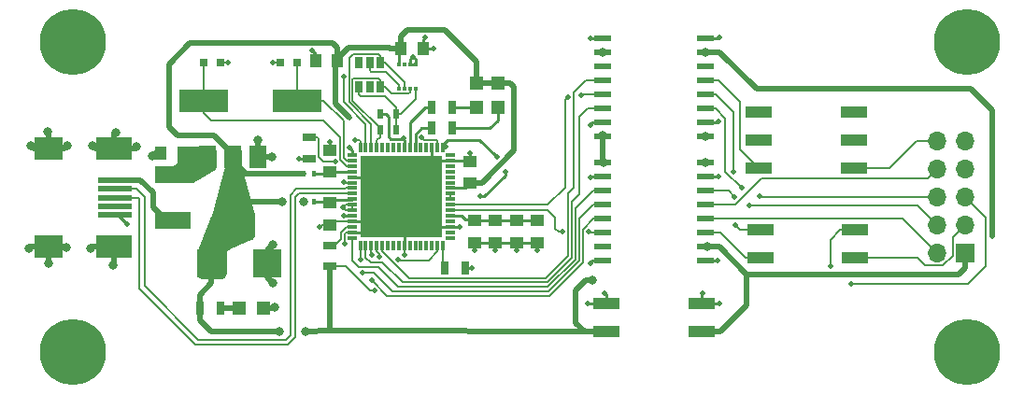
<source format=gtl>
G04 #@! TF.GenerationSoftware,KiCad,Pcbnew,(5.1.5)-3*
G04 #@! TF.CreationDate,2020-01-27T20:13:38-03:30*
G04 #@! TF.ProjectId,XDS100v2 Programmer,58445331-3030-4763-9220-50726f677261,rev?*
G04 #@! TF.SameCoordinates,Original*
G04 #@! TF.FileFunction,Copper,L1,Top*
G04 #@! TF.FilePolarity,Positive*
%FSLAX46Y46*%
G04 Gerber Fmt 4.6, Leading zero omitted, Abs format (unit mm)*
G04 Created by KiCad (PCBNEW (5.1.5)-3) date 2020-01-27 20:13:38*
%MOMM*%
%LPD*%
G04 APERTURE LIST*
%ADD10R,0.300000X0.400000*%
%ADD11R,2.440000X1.130000*%
%ADD12R,3.100000X0.500000*%
%ADD13R,3.300000X2.000000*%
%ADD14R,2.500000X2.000000*%
%ADD15O,1.700000X1.700000*%
%ADD16R,1.700000X1.700000*%
%ADD17R,1.250000X1.000000*%
%ADD18R,1.000000X1.250000*%
%ADD19R,2.550000X2.500000*%
%ADD20R,0.800000X0.750000*%
%ADD21R,1.200000X1.200000*%
%ADD22R,3.200000X1.500000*%
%ADD23C,6.000000*%
%ADD24C,0.800000*%
%ADD25R,0.400000X0.600000*%
%ADD26R,0.700000X1.300000*%
%ADD27R,1.300000X0.700000*%
%ADD28R,1.500000X0.600000*%
%ADD29R,0.650000X1.060000*%
%ADD30R,1.837500X1.837500*%
%ADD31R,0.300000X0.850000*%
%ADD32R,0.850000X0.300000*%
%ADD33R,4.500000X2.000000*%
%ADD34R,0.500000X0.900000*%
%ADD35R,1.500000X2.000000*%
%ADD36R,3.800000X2.000000*%
%ADD37C,0.500000*%
%ADD38C,0.250000*%
%ADD39C,0.127000*%
%ADD40C,0.500000*%
%ADD41C,0.200000*%
%ADD42C,0.254000*%
G04 APERTURE END LIST*
D10*
X51550000Y-65000000D03*
X52050000Y-65000000D03*
X52550000Y-65000000D03*
X53050000Y-65000000D03*
X53050000Y-67200000D03*
X52550000Y-67200000D03*
X52050000Y-67200000D03*
X51550000Y-67200000D03*
D11*
X79000000Y-86730000D03*
X79000000Y-89270000D03*
X70400000Y-86730000D03*
X70400000Y-89270000D03*
X92900000Y-80030000D03*
X92900000Y-82570000D03*
X84300000Y-80030000D03*
X84300000Y-82570000D03*
X84200000Y-74440000D03*
X92800000Y-74440000D03*
X84200000Y-71900000D03*
X84200000Y-69360000D03*
X92800000Y-71900000D03*
X92800000Y-69360000D03*
D12*
X25800000Y-78700000D03*
X25800000Y-77900000D03*
X25800000Y-77100000D03*
X25800000Y-76300000D03*
X25800000Y-75500000D03*
D13*
X25700000Y-72650000D03*
X25700000Y-81550000D03*
D14*
X19800000Y-72650000D03*
X19800000Y-81550000D03*
D15*
X100330000Y-71970000D03*
X102870000Y-71970000D03*
X100330000Y-74510000D03*
X102870000Y-74510000D03*
X100330000Y-77050000D03*
X102870000Y-77050000D03*
X100330000Y-79590000D03*
X102870000Y-79590000D03*
X100330000Y-82130000D03*
D16*
X102870000Y-82130000D03*
D17*
X45300000Y-72800000D03*
X45300000Y-74800000D03*
X45300000Y-79600000D03*
X45300000Y-77600000D03*
D18*
X30000000Y-73100000D03*
X32000000Y-73100000D03*
D19*
X39625000Y-83100000D03*
X34575000Y-83100000D03*
D17*
X58000000Y-73800000D03*
X58000000Y-75800000D03*
X64100000Y-81200000D03*
X64100000Y-79200000D03*
X62200000Y-79200000D03*
X62200000Y-81200000D03*
X60300000Y-79200000D03*
X60300000Y-81200000D03*
X58400000Y-79200000D03*
X58400000Y-81200000D03*
D18*
X44000000Y-64660000D03*
X46000000Y-64660000D03*
X53740000Y-63580000D03*
X51740000Y-63580000D03*
D20*
X42350000Y-64900000D03*
X40850000Y-64900000D03*
X35350000Y-64900000D03*
X33850000Y-64900000D03*
D21*
X39300000Y-87100000D03*
X37100000Y-87100000D03*
X60500000Y-66700000D03*
X60500000Y-68900000D03*
X58600000Y-68900000D03*
X58600000Y-66700000D03*
D22*
X31100000Y-75000000D03*
X31100000Y-79200000D03*
D23*
X103000000Y-63000000D03*
D24*
X105250000Y-63000000D03*
X104590990Y-64590990D03*
X103000000Y-65250000D03*
X101409010Y-64590990D03*
X100750000Y-63000000D03*
X101409010Y-61409010D03*
X103000000Y-60750000D03*
X104590990Y-61409010D03*
X23590990Y-89509010D03*
X22000000Y-88850000D03*
X20409010Y-89509010D03*
X19750000Y-91100000D03*
X20409010Y-92690990D03*
X22000000Y-93350000D03*
X23590990Y-92690990D03*
X24250000Y-91100000D03*
D23*
X22000000Y-91100000D03*
X103000000Y-91150000D03*
D24*
X105250000Y-91150000D03*
X104590990Y-92740990D03*
X103000000Y-93400000D03*
X101409010Y-92740990D03*
X100750000Y-91150000D03*
X101409010Y-89559010D03*
X103000000Y-88900000D03*
X104590990Y-89559010D03*
X23590990Y-61409010D03*
X22000000Y-60750000D03*
X20409010Y-61409010D03*
X19750000Y-63000000D03*
X20409010Y-64590990D03*
X22000000Y-65250000D03*
X23590990Y-64590990D03*
X24250000Y-63000000D03*
D23*
X22000000Y-63000000D03*
D25*
X42950000Y-77500000D03*
X43850000Y-77500000D03*
X43850000Y-74900000D03*
X42950000Y-74900000D03*
D26*
X35400000Y-87100000D03*
X33500000Y-87100000D03*
D27*
X45300000Y-83350000D03*
X45300000Y-81450000D03*
D26*
X57600000Y-83500000D03*
X55700000Y-83500000D03*
D27*
X43400000Y-71650000D03*
X43400000Y-73550000D03*
D26*
X56400000Y-70800000D03*
X54500000Y-70800000D03*
X54500000Y-68900000D03*
X56400000Y-68900000D03*
D28*
X79350000Y-73955000D03*
X79350000Y-75225000D03*
X79350000Y-76495000D03*
X79350000Y-77765000D03*
X79350000Y-79035000D03*
X79350000Y-80305000D03*
X79350000Y-81575000D03*
X79350000Y-82845000D03*
X70050000Y-82845000D03*
X70050000Y-81575000D03*
X70050000Y-80305000D03*
X70050000Y-79035000D03*
X70050000Y-77765000D03*
X70050000Y-76495000D03*
X70050000Y-75225000D03*
X70050000Y-73955000D03*
D29*
X48900000Y-64900000D03*
X47950000Y-64900000D03*
X49850000Y-64900000D03*
X49850000Y-67100000D03*
X48900000Y-67100000D03*
X47950000Y-67100000D03*
D30*
X49043750Y-74243750D03*
X49043750Y-76081250D03*
X49043750Y-77918750D03*
X49043750Y-79756250D03*
X50881250Y-74243750D03*
X50881250Y-76081250D03*
X50881250Y-77918750D03*
X50881250Y-79756250D03*
X52718750Y-74243750D03*
X52718750Y-76081250D03*
X52718750Y-77918750D03*
X52718750Y-79756250D03*
X54556250Y-74243750D03*
X54556250Y-76081250D03*
X54556250Y-77918750D03*
X54556250Y-79756250D03*
D31*
X48050000Y-72550000D03*
X48550000Y-72550000D03*
X49050000Y-72550000D03*
X49550000Y-72550000D03*
X50050000Y-72550000D03*
X50550000Y-72550000D03*
X51050000Y-72550000D03*
X51550000Y-72550000D03*
X52050000Y-72550000D03*
X52550000Y-72550000D03*
X53050000Y-72550000D03*
X53550000Y-72550000D03*
X54050000Y-72550000D03*
X54550000Y-72550000D03*
X55050000Y-72550000D03*
X55550000Y-72550000D03*
D32*
X56250000Y-73250000D03*
X56250000Y-73750000D03*
X56250000Y-74250000D03*
X56250000Y-74750000D03*
X56250000Y-75250000D03*
X56250000Y-75750000D03*
X56250000Y-76250000D03*
X56250000Y-76750000D03*
X56250000Y-77250000D03*
X56250000Y-77750000D03*
X56250000Y-78250000D03*
X56250000Y-78750000D03*
X56250000Y-79250000D03*
X56250000Y-79750000D03*
X56250000Y-80250000D03*
X56250000Y-80750000D03*
D31*
X55550000Y-81450000D03*
X55050000Y-81450000D03*
X54550000Y-81450000D03*
X54050000Y-81450000D03*
X53550000Y-81450000D03*
X53050000Y-81450000D03*
X52550000Y-81450000D03*
X52050000Y-81450000D03*
X51550000Y-81450000D03*
X51050000Y-81450000D03*
X50550000Y-81450000D03*
X50050000Y-81450000D03*
X49550000Y-81450000D03*
X49050000Y-81450000D03*
X48550000Y-81450000D03*
X48050000Y-81450000D03*
D32*
X47350000Y-80750000D03*
X47350000Y-80250000D03*
X47350000Y-79750000D03*
X47350000Y-79250000D03*
X47350000Y-78750000D03*
X47350000Y-78250000D03*
X47350000Y-77750000D03*
X47350000Y-77250000D03*
X47350000Y-76750000D03*
X47350000Y-76250000D03*
X47350000Y-75750000D03*
X47350000Y-75250000D03*
X47350000Y-74750000D03*
X47350000Y-74250000D03*
X47350000Y-73750000D03*
X47350000Y-73250000D03*
D28*
X79350000Y-71545000D03*
X79350000Y-70275000D03*
X79350000Y-69005000D03*
X79350000Y-67735000D03*
X79350000Y-66465000D03*
X79350000Y-65195000D03*
X79350000Y-63925000D03*
X79350000Y-62655000D03*
X70050000Y-62655000D03*
X70050000Y-63925000D03*
X70050000Y-65195000D03*
X70050000Y-66465000D03*
X70050000Y-67735000D03*
X70050000Y-69005000D03*
X70050000Y-70275000D03*
X70050000Y-71545000D03*
D33*
X33850000Y-68300000D03*
X42350000Y-68300000D03*
D34*
X49850000Y-69500000D03*
X51350000Y-69500000D03*
X49850000Y-71000000D03*
X51350000Y-71000000D03*
D35*
X38800000Y-73450000D03*
X34200000Y-73450000D03*
X36500000Y-73450000D03*
D36*
X36500000Y-79750000D03*
D37*
X48880000Y-67090000D03*
X49000000Y-74400000D03*
X50900000Y-74400000D03*
X52700000Y-74400000D03*
X54600000Y-74400000D03*
X54600000Y-76200000D03*
X52700000Y-76200000D03*
X50900000Y-76200000D03*
X49000000Y-76200000D03*
X49000000Y-78000000D03*
X50900000Y-78000000D03*
X52700000Y-78000000D03*
X54600000Y-78000000D03*
X54600000Y-79800000D03*
X52700000Y-79800000D03*
X50900000Y-79800000D03*
X49000000Y-79800000D03*
X45300000Y-72100000D03*
X42500000Y-73600000D03*
X40099992Y-64900000D03*
X36100004Y-64900000D03*
X68900000Y-75300000D03*
X68900000Y-70500000D03*
X68900000Y-62700000D03*
X46665182Y-81267418D03*
X44400000Y-79800000D03*
X46499990Y-78000000D03*
X52100000Y-82300000D03*
X58000000Y-73100000D03*
X58400000Y-81900000D03*
X60300000Y-81900000D03*
X62200000Y-81900000D03*
X64100000Y-81900000D03*
X58200000Y-83500000D03*
X57100000Y-79800000D03*
X68900000Y-83100000D03*
X68700000Y-86700000D03*
X70200000Y-85800000D03*
X26920000Y-79500000D03*
D24*
X19840000Y-83070000D03*
X25660000Y-83240000D03*
X19710000Y-71150000D03*
X25890000Y-71220000D03*
X18020000Y-81750000D03*
X23600000Y-81750000D03*
X21500000Y-72420000D03*
X23750000Y-72390000D03*
X18240000Y-72430000D03*
X27800000Y-72480000D03*
X29170000Y-73370000D03*
X21460000Y-81600000D03*
X38820000Y-71920000D03*
X40090000Y-73420000D03*
X40290000Y-87070000D03*
X40120000Y-81390000D03*
X40100000Y-84840000D03*
D37*
X43700000Y-63790000D03*
X52800000Y-64350000D03*
X54690000Y-63590000D03*
X53950000Y-62580000D03*
X47086490Y-72600000D03*
D24*
X70000000Y-71500000D03*
X70050000Y-63925000D03*
X70100000Y-73900000D03*
X69100000Y-84600000D03*
X42950000Y-77500000D03*
X40990000Y-77460000D03*
D37*
X49777629Y-82486500D03*
X49336900Y-85563100D03*
X51487100Y-82712900D03*
X47100000Y-69900000D03*
X49850000Y-69500000D03*
X53625000Y-71600000D03*
X51950849Y-71751401D03*
X47900000Y-64800000D03*
X47000000Y-63535000D03*
D24*
X40729678Y-89229678D03*
X43114193Y-89214193D03*
D37*
X46583855Y-78735883D03*
X47600000Y-71900000D03*
X58400000Y-79200000D03*
X58900000Y-77000000D03*
X61199996Y-74800000D03*
X60440719Y-73433315D03*
X55800000Y-72500000D03*
X80600000Y-62600000D03*
X80500000Y-70200000D03*
X80400000Y-82800000D03*
X80500000Y-75200000D03*
X80600000Y-86700000D03*
X79100000Y-85800000D03*
X84250000Y-77000000D03*
X82600000Y-76200000D03*
X83300000Y-77850000D03*
X82000000Y-77050000D03*
X90650000Y-83350000D03*
X92500000Y-84900000D03*
X105300000Y-80600000D03*
D24*
X79475000Y-81575000D03*
X79350000Y-73955000D03*
X79350000Y-71545000D03*
X79350000Y-63925000D03*
D37*
X46594337Y-75705227D03*
X45778088Y-73849993D03*
X82050000Y-79600000D03*
X81863107Y-74736893D03*
X68735055Y-80200000D03*
X66400000Y-80200000D03*
X49103210Y-82298987D03*
X49100000Y-84600000D03*
X48300008Y-83900000D03*
X48062689Y-82711929D03*
X48900000Y-64900000D03*
X46525193Y-66158092D03*
X66872988Y-68000008D03*
X68100000Y-67800000D03*
D38*
X45300000Y-72800000D02*
X45300000Y-72100000D01*
X43400000Y-73550000D02*
X42550000Y-73550000D01*
X42550000Y-73550000D02*
X42500000Y-73600000D01*
D39*
X40850000Y-64900000D02*
X40100000Y-64900000D01*
X40100000Y-64900000D02*
X40099992Y-64900000D01*
X35350000Y-64900000D02*
X36100004Y-64900000D01*
D38*
X70050000Y-75225000D02*
X68975000Y-75225000D01*
X68975000Y-75225000D02*
X68900000Y-75300000D01*
X70050000Y-70275000D02*
X69125000Y-70275000D01*
X69125000Y-70275000D02*
X68900000Y-70500000D01*
X70050000Y-62655000D02*
X68945000Y-62655000D01*
X68945000Y-62655000D02*
X68900000Y-62700000D01*
D39*
X46661499Y-81263735D02*
X46665182Y-81267418D01*
X46661499Y-80386501D02*
X46661499Y-81263735D01*
X47350000Y-80250000D02*
X46798000Y-80250000D01*
X46798000Y-80250000D02*
X46661499Y-80386501D01*
X45650000Y-79250000D02*
X45300000Y-79600000D01*
X47350000Y-79250000D02*
X45650000Y-79250000D01*
X45300000Y-79600000D02*
X44600000Y-79600000D01*
X44600000Y-79600000D02*
X44400000Y-79800000D01*
X47350000Y-77750000D02*
X47350000Y-78250000D01*
X47350000Y-78250000D02*
X46749990Y-78250000D01*
X46749990Y-77750000D02*
X46499990Y-78000000D01*
X47350000Y-77750000D02*
X46749990Y-77750000D01*
X46749990Y-78250000D02*
X46499990Y-78000000D01*
X52050000Y-81450000D02*
X52050000Y-82250000D01*
X52050000Y-82250000D02*
X52100000Y-82300000D01*
D38*
X57950000Y-73750000D02*
X56250000Y-73750000D01*
X58000000Y-73800000D02*
X57950000Y-73750000D01*
X58000000Y-73800000D02*
X58000000Y-73100000D01*
X58400000Y-81200000D02*
X58400000Y-81900000D01*
X60300000Y-81200000D02*
X60300000Y-81900000D01*
X62200000Y-81200000D02*
X62200000Y-81800000D01*
X62200000Y-81800000D02*
X62200000Y-81900000D01*
X64100000Y-81200000D02*
X64100000Y-81900000D01*
X57600000Y-83500000D02*
X58200000Y-83500000D01*
X56250000Y-79750000D02*
X57050000Y-79750000D01*
X57050000Y-79750000D02*
X57100000Y-79800000D01*
X58400000Y-81200000D02*
X60300000Y-81200000D01*
X60300000Y-81200000D02*
X62200000Y-81200000D01*
X62200000Y-81200000D02*
X64100000Y-81200000D01*
X70050000Y-82845000D02*
X69050000Y-82845000D01*
X68900000Y-82995000D02*
X68900000Y-83100000D01*
X69050000Y-82845000D02*
X68900000Y-82995000D01*
X70400000Y-86730000D02*
X68730000Y-86730000D01*
X68730000Y-86730000D02*
X68700000Y-86700000D01*
X70400000Y-85900000D02*
X70300000Y-85800000D01*
X70400000Y-86730000D02*
X70400000Y-85900000D01*
X70300000Y-85800000D02*
X70200000Y-85800000D01*
X25800000Y-78700000D02*
X26120000Y-78700000D01*
X26120000Y-78700000D02*
X26920000Y-79500000D01*
D40*
X19800000Y-81550000D02*
X19800000Y-83030000D01*
X19800000Y-83030000D02*
X19840000Y-83070000D01*
X25700000Y-81550000D02*
X25700000Y-83200000D01*
X25700000Y-83200000D02*
X25660000Y-83240000D01*
X19800000Y-72650000D02*
X19800000Y-71240000D01*
X19800000Y-71240000D02*
X19710000Y-71150000D01*
X25700000Y-72650000D02*
X25700000Y-71410000D01*
X25700000Y-71410000D02*
X25890000Y-71220000D01*
X19800000Y-81550000D02*
X18220000Y-81550000D01*
X18220000Y-81550000D02*
X18020000Y-81750000D01*
X25700000Y-81550000D02*
X23800000Y-81550000D01*
X23800000Y-81550000D02*
X23600000Y-81750000D01*
X19800000Y-72650000D02*
X21270000Y-72650000D01*
X21270000Y-72650000D02*
X21500000Y-72420000D01*
X25700000Y-72650000D02*
X24010000Y-72650000D01*
X24010000Y-72650000D02*
X23750000Y-72390000D01*
X19800000Y-72650000D02*
X18460000Y-72650000D01*
X18460000Y-72650000D02*
X18240000Y-72430000D01*
X25700000Y-72650000D02*
X27630000Y-72650000D01*
X27630000Y-72650000D02*
X27800000Y-72480000D01*
X30000000Y-73100000D02*
X29440000Y-73100000D01*
X29440000Y-73100000D02*
X29170000Y-73370000D01*
X19800000Y-81550000D02*
X21410000Y-81550000D01*
X21410000Y-81550000D02*
X21460000Y-81600000D01*
X38800000Y-73450000D02*
X38800000Y-71940000D01*
X38800000Y-71940000D02*
X38820000Y-71920000D01*
X38800000Y-73450000D02*
X40060000Y-73450000D01*
X40060000Y-73450000D02*
X40090000Y-73420000D01*
X39300000Y-87100000D02*
X40260000Y-87100000D01*
X40260000Y-87100000D02*
X40290000Y-87070000D01*
X39625000Y-83100000D02*
X39625000Y-81885000D01*
X39625000Y-81885000D02*
X40120000Y-81390000D01*
X39625000Y-83100000D02*
X39625000Y-84365000D01*
X39625000Y-84365000D02*
X40100000Y-84840000D01*
D38*
X48150000Y-75250000D02*
X49000000Y-74400000D01*
X47350000Y-75250000D02*
X48150000Y-75250000D01*
X55250000Y-73750000D02*
X54600000Y-74400000D01*
X56250000Y-73750000D02*
X55250000Y-73750000D01*
X54550000Y-74237500D02*
X54556250Y-74243750D01*
X54550000Y-72550000D02*
X54550000Y-74237500D01*
X48550000Y-80250000D02*
X49043750Y-79756250D01*
X47350000Y-80250000D02*
X48550000Y-80250000D01*
X49000000Y-79131250D02*
X49000000Y-78353553D01*
X49000000Y-78353553D02*
X49000000Y-78000000D01*
X48881250Y-79250000D02*
X49000000Y-79131250D01*
X47350000Y-79250000D02*
X48881250Y-79250000D01*
X52050000Y-80425000D02*
X52718750Y-79756250D01*
X52050000Y-81450000D02*
X52050000Y-80425000D01*
X54562500Y-79750000D02*
X54556250Y-79756250D01*
X56250000Y-79750000D02*
X54562500Y-79750000D01*
X44000000Y-64660000D02*
X44000000Y-64090000D01*
X44000000Y-64090000D02*
X43700000Y-63790000D01*
X52550000Y-65000000D02*
X53050000Y-65000000D01*
X53050000Y-64550000D02*
X52850000Y-64350000D01*
X52550000Y-64550000D02*
X52750000Y-64350000D01*
X53050000Y-65000000D02*
X53050000Y-64550000D01*
X52850000Y-64350000D02*
X52800000Y-64350000D01*
X52750000Y-64350000D02*
X52800000Y-64350000D01*
X52550000Y-65000000D02*
X52550000Y-64550000D01*
X53740000Y-63580000D02*
X54680000Y-63580000D01*
X54680000Y-63580000D02*
X54690000Y-63590000D01*
X53740000Y-63580000D02*
X53740000Y-62790000D01*
X53740000Y-62790000D02*
X53950000Y-62580000D01*
X47350000Y-72850000D02*
X47100000Y-72600000D01*
X47100000Y-72600000D02*
X47086490Y-72600000D01*
X47350000Y-73250000D02*
X47350000Y-72850000D01*
X45350000Y-74750000D02*
X47350000Y-74750000D01*
X45300000Y-74800000D02*
X45350000Y-74750000D01*
X45200000Y-74900000D02*
X45300000Y-74800000D01*
X43850000Y-74900000D02*
X45200000Y-74900000D01*
X45200000Y-77500000D02*
X45300000Y-77600000D01*
X43850000Y-77500000D02*
X45200000Y-77500000D01*
X45625001Y-77274999D02*
X45300000Y-77600000D01*
X47350000Y-77250000D02*
X47325001Y-77274999D01*
X47325001Y-77274999D02*
X45625001Y-77274999D01*
X57550000Y-76250000D02*
X58000000Y-75800000D01*
X56250000Y-76250000D02*
X57550000Y-76250000D01*
D40*
X70050000Y-71545000D02*
X70045000Y-71545000D01*
X70045000Y-71545000D02*
X70000000Y-71500000D01*
X70050000Y-73955000D02*
X70050000Y-73950000D01*
X70050000Y-73950000D02*
X70100000Y-73900000D01*
X70050000Y-71550000D02*
X70000000Y-71500000D01*
X70050000Y-73955000D02*
X70050000Y-71550000D01*
X68534315Y-84600000D02*
X67600000Y-85534315D01*
X69100000Y-84600000D02*
X68534315Y-84600000D01*
X67600000Y-85534315D02*
X67600000Y-88500000D01*
X68370000Y-89270000D02*
X70400000Y-89270000D01*
X67600000Y-88500000D02*
X68370000Y-89270000D01*
X33500000Y-88250000D02*
X33500000Y-87100000D01*
X34520000Y-89270000D02*
X33500000Y-88250000D01*
X34575000Y-83100000D02*
X34575000Y-84850000D01*
X33500000Y-85925000D02*
X33500000Y-87100000D01*
X34575000Y-84850000D02*
X33500000Y-85925000D01*
X37689999Y-74900001D02*
X36500000Y-73710002D01*
X36500000Y-73710002D02*
X36500000Y-73450000D01*
X42950000Y-74900000D02*
X37689999Y-74900001D01*
X40990000Y-77460000D02*
X37490000Y-77460000D01*
D38*
X51550000Y-63770000D02*
X51550000Y-65000000D01*
X51740000Y-63580000D02*
X51550000Y-63770000D01*
D40*
X36500000Y-73189998D02*
X34810002Y-71500000D01*
X36500000Y-73450000D02*
X36500000Y-73189998D01*
X34810002Y-71500000D02*
X31500000Y-71500000D01*
X31500000Y-71500000D02*
X30700000Y-70700000D01*
X30700000Y-70700000D02*
X30700000Y-65000000D01*
X46000000Y-63535000D02*
X46000000Y-64660000D01*
X45554999Y-63089999D02*
X46000000Y-63535000D01*
X32610001Y-63089999D02*
X45554999Y-63089999D01*
X30700000Y-65000000D02*
X32610001Y-63089999D01*
X50695000Y-63535000D02*
X47000000Y-63535000D01*
X46000000Y-64535000D02*
X46000000Y-64660000D01*
X50740000Y-63580000D02*
X50695000Y-63535000D01*
X47000000Y-63535000D02*
X46000000Y-64535000D01*
X51740000Y-63580000D02*
X50740000Y-63580000D01*
X52315001Y-61879999D02*
X51740000Y-62455000D01*
X55679999Y-61879999D02*
X52315001Y-61879999D01*
X51740000Y-62455000D02*
X51740000Y-63580000D01*
X58600000Y-66700000D02*
X58600000Y-64800000D01*
X58600000Y-64800000D02*
X55679999Y-61879999D01*
X45300000Y-83350000D02*
X45300000Y-89200000D01*
X70400000Y-89270000D02*
X45300000Y-89200000D01*
X45300000Y-89200000D02*
X43114193Y-89214193D01*
D39*
X49777629Y-82229629D02*
X49777629Y-82486500D01*
X49550000Y-81450000D02*
X49550000Y-82002000D01*
X49550000Y-82002000D02*
X49777629Y-82229629D01*
X49336900Y-85563100D02*
X48963100Y-85563100D01*
X46750000Y-83350000D02*
X45300000Y-83350000D01*
X48963100Y-85563100D02*
X46750000Y-83350000D01*
X51587701Y-82813501D02*
X51487100Y-82712900D01*
X54238499Y-82813501D02*
X51587701Y-82813501D01*
X55050000Y-81450000D02*
X55050000Y-82002000D01*
X55050000Y-82002000D02*
X54238499Y-82813501D01*
D40*
X45825192Y-68625192D02*
X47100000Y-69900000D01*
X46000000Y-64660000D02*
X45825192Y-64834808D01*
X45825192Y-64834808D02*
X45825192Y-68625192D01*
D38*
X50350000Y-69500000D02*
X49850000Y-69500000D01*
X50600000Y-69750000D02*
X50350000Y-69500000D01*
X52050000Y-71889998D02*
X51935003Y-71775001D01*
X51935003Y-71775001D02*
X50800003Y-71775001D01*
X50800003Y-71775001D02*
X50600000Y-71574998D01*
X52050000Y-72550000D02*
X52050000Y-71889998D01*
X50600000Y-71574998D02*
X50600000Y-69750000D01*
D39*
X53886499Y-71861499D02*
X53625000Y-71600000D01*
X54913499Y-71861499D02*
X53886499Y-71861499D01*
X55050000Y-72550000D02*
X55050000Y-71998000D01*
X55050000Y-71998000D02*
X54913499Y-71861499D01*
D38*
X47950000Y-64900000D02*
X47950000Y-64850000D01*
X47950000Y-64850000D02*
X47900000Y-64800000D01*
D40*
X40729678Y-89229678D02*
X34520000Y-89270000D01*
X58600000Y-66700000D02*
X60500000Y-66700000D01*
X62000000Y-67100000D02*
X61600000Y-66700000D01*
X61600000Y-66700000D02*
X60500000Y-66700000D01*
X59063998Y-75800000D02*
X62000000Y-72863998D01*
X62000000Y-72863998D02*
X62000000Y-67100000D01*
X58000000Y-75800000D02*
X59063998Y-75800000D01*
D38*
X58300000Y-79100000D02*
X58400000Y-79200000D01*
X57600000Y-79100000D02*
X58300000Y-79100000D01*
X56250000Y-78750000D02*
X57250000Y-78750000D01*
X57250000Y-78750000D02*
X57600000Y-79100000D01*
X58400000Y-79200000D02*
X60300000Y-79200000D01*
X60300000Y-79200000D02*
X62200000Y-79200000D01*
X64100000Y-79200000D02*
X62200000Y-79200000D01*
D39*
X46597972Y-78750000D02*
X46583855Y-78735883D01*
X47952000Y-71900000D02*
X47600000Y-71900000D01*
X48050000Y-71998000D02*
X47952000Y-71900000D01*
X48050000Y-72550000D02*
X48050000Y-71998000D01*
D38*
X55550000Y-72550000D02*
X55550000Y-72275000D01*
X55550000Y-72275000D02*
X55950000Y-71875000D01*
X58882404Y-71875000D02*
X60190720Y-73183316D01*
X60190720Y-73183316D02*
X60440719Y-73433315D01*
X55950000Y-71875000D02*
X58882404Y-71875000D01*
X61199996Y-75100004D02*
X61199996Y-74800000D01*
X58900000Y-77000000D02*
X59300000Y-77000000D01*
X59300000Y-77000000D02*
X61199996Y-75100004D01*
X47335883Y-78735883D02*
X47350000Y-78750000D01*
X46583855Y-78735883D02*
X47335883Y-78735883D01*
X55550000Y-72550000D02*
X55750000Y-72550000D01*
X55750000Y-72550000D02*
X55800000Y-72500000D01*
D39*
X33850000Y-64950000D02*
X33900000Y-64900000D01*
X42350000Y-68300000D02*
X42350000Y-64900000D01*
X44727000Y-68300000D02*
X42350000Y-68300000D01*
X47350000Y-73750000D02*
X46800698Y-73750000D01*
X46586498Y-73535800D02*
X46586498Y-72859992D01*
X46586498Y-72859992D02*
X46572988Y-72846482D01*
X46800698Y-73750000D02*
X46586498Y-73535800D01*
X46572988Y-70145988D02*
X44727000Y-68300000D01*
X46572988Y-72846482D02*
X46572988Y-70145988D01*
X33850000Y-67173000D02*
X33850000Y-64900000D01*
X33850000Y-68300000D02*
X33850000Y-67173000D01*
X46245977Y-72981934D02*
X46245977Y-71645977D01*
X47350000Y-74250000D02*
X46838237Y-74250000D01*
X46245977Y-71645977D02*
X44700000Y-70100000D01*
X46838237Y-74250000D02*
X46259487Y-73671252D01*
X34523000Y-70100000D02*
X33850000Y-69427000D01*
X46259487Y-72995444D02*
X46245977Y-72981934D01*
X44700000Y-70100000D02*
X34523000Y-70100000D01*
X46259487Y-73671252D02*
X46259487Y-72995444D01*
X33850000Y-69427000D02*
X33850000Y-68300000D01*
D40*
X35400000Y-87100000D02*
X37100000Y-87100000D01*
D38*
X59500000Y-70800000D02*
X59800000Y-70800000D01*
X56400000Y-70800000D02*
X59500000Y-70800000D01*
X60500000Y-70100000D02*
X60500000Y-69175010D01*
X59800000Y-70800000D02*
X60500000Y-70100000D01*
X56400000Y-68900000D02*
X58600000Y-68900000D01*
D40*
X30510000Y-79200000D02*
X31100000Y-79200000D01*
X29260000Y-77950000D02*
X30510000Y-79200000D01*
X29260000Y-76650000D02*
X29260000Y-77950000D01*
X25800000Y-75500000D02*
X28110000Y-75500000D01*
X28110000Y-75500000D02*
X29260000Y-76650000D01*
D38*
X79350000Y-62655000D02*
X80545000Y-62655000D01*
X80545000Y-62655000D02*
X80600000Y-62600000D01*
X79350000Y-70275000D02*
X80425000Y-70275000D01*
X80425000Y-70275000D02*
X80500000Y-70200000D01*
X79350000Y-82845000D02*
X80355000Y-82845000D01*
X80355000Y-82845000D02*
X80400000Y-82800000D01*
X79350000Y-75225000D02*
X80475000Y-75225000D01*
X80475000Y-75225000D02*
X80500000Y-75200000D01*
X79000000Y-86730000D02*
X80570000Y-86730000D01*
X80570000Y-86730000D02*
X80600000Y-86700000D01*
X79000000Y-86730000D02*
X79000000Y-85900000D01*
X79000000Y-85900000D02*
X79100000Y-85800000D01*
D41*
X41705000Y-76856800D02*
X41705000Y-89595000D01*
X27738200Y-76300000D02*
X27100000Y-76300000D01*
X27100000Y-76300000D02*
X25800000Y-76300000D01*
X46687499Y-76275000D02*
X42286800Y-76275000D01*
X47350000Y-76250000D02*
X46712499Y-76250000D01*
X42286800Y-76275000D02*
X41705000Y-76856800D01*
X41300000Y-90000000D02*
X33368200Y-90000000D01*
X46712499Y-76250000D02*
X46687499Y-76275000D01*
X41705000Y-89595000D02*
X41300000Y-90000000D01*
X33368200Y-90000000D02*
X28495000Y-85126800D01*
X28495000Y-77056800D02*
X27738200Y-76300000D01*
X28495000Y-85126800D02*
X28495000Y-77056800D01*
X28045000Y-85313200D02*
X28045000Y-77243200D01*
X47350000Y-76750000D02*
X46712499Y-76750000D01*
X27100000Y-77100000D02*
X25800000Y-77100000D01*
X46687499Y-76725000D02*
X42473200Y-76725000D01*
X28045000Y-77243200D02*
X27901800Y-77100000D01*
X42155000Y-77043200D02*
X42155000Y-89745000D01*
X46712499Y-76750000D02*
X46687499Y-76725000D01*
X41500000Y-90400000D02*
X33131800Y-90400000D01*
X42155000Y-89745000D02*
X41500000Y-90400000D01*
X33131800Y-90400000D02*
X28045000Y-85313200D01*
X42473200Y-76725000D02*
X42155000Y-77043200D01*
X27901800Y-77100000D02*
X27100000Y-77100000D01*
D39*
X100330000Y-71970000D02*
X98480000Y-71970000D01*
X96010000Y-74440000D02*
X92800000Y-74440000D01*
X98480000Y-71970000D02*
X96010000Y-74440000D01*
X99480001Y-75359999D02*
X84440001Y-75359999D01*
X100330000Y-74510000D02*
X99480001Y-75359999D01*
X82035000Y-77765000D02*
X79350000Y-77765000D01*
X84440001Y-75359999D02*
X82035000Y-77765000D01*
X95435000Y-79035000D02*
X79350000Y-79035000D01*
X100330000Y-82130000D02*
X97235000Y-79035000D01*
X97235000Y-79035000D02*
X95435000Y-79035000D01*
X100330000Y-77050000D02*
X84300000Y-77050000D01*
X84300000Y-77050000D02*
X84250000Y-77000000D01*
X81150000Y-74750000D02*
X82600000Y-76200000D01*
X81150000Y-69928000D02*
X81150000Y-74750000D01*
X79350000Y-69005000D02*
X80227000Y-69005000D01*
X80227000Y-69005000D02*
X81150000Y-69928000D01*
X100330000Y-79590000D02*
X98590000Y-77850000D01*
X98590000Y-77850000D02*
X83300000Y-77850000D01*
X79350000Y-76495000D02*
X81445000Y-76495000D01*
X81445000Y-76495000D02*
X82000000Y-77050000D01*
X91553000Y-80030000D02*
X92900000Y-80030000D01*
X90650000Y-80933000D02*
X91553000Y-80030000D01*
X90650000Y-83350000D02*
X90650000Y-80933000D01*
X104750000Y-83300000D02*
X103150000Y-84900000D01*
X104750000Y-78930000D02*
X104750000Y-83300000D01*
X103150000Y-84900000D02*
X92853553Y-84900000D01*
X92853553Y-84900000D02*
X92500000Y-84900000D01*
X102870000Y-77050000D02*
X104750000Y-78930000D01*
X100864481Y-83243501D02*
X99243501Y-83243501D01*
X101756499Y-82351483D02*
X100864481Y-83243501D01*
X102870000Y-79590000D02*
X101756499Y-80703501D01*
X101756499Y-80703501D02*
X101756499Y-82351483D01*
X98570000Y-82570000D02*
X92900000Y-82570000D01*
X99243501Y-83243501D02*
X98570000Y-82570000D01*
D38*
X79350000Y-81575000D02*
X79475000Y-81575000D01*
D40*
X80600000Y-63925000D02*
X83950000Y-67275000D01*
X79350000Y-63925000D02*
X80600000Y-63925000D01*
X83950000Y-67275000D02*
X103375000Y-67275000D01*
X105300000Y-69200000D02*
X105300000Y-80600000D01*
X103375000Y-67275000D02*
X105300000Y-69200000D01*
X80600000Y-81575000D02*
X79350000Y-81575000D01*
X83075001Y-84050001D02*
X80600000Y-81575000D01*
X102299999Y-84050001D02*
X83075001Y-84050001D01*
X102870000Y-83480000D02*
X102299999Y-84050001D01*
X102870000Y-82130000D02*
X102870000Y-83480000D01*
X83075001Y-86914999D02*
X80720000Y-89270000D01*
X80720000Y-89270000D02*
X79000000Y-89270000D01*
X83075001Y-84050001D02*
X83075001Y-86914999D01*
D39*
X47950000Y-67757000D02*
X47950000Y-67100000D01*
X51350000Y-68923000D02*
X50320501Y-67893501D01*
X48086501Y-67893501D02*
X47950000Y-67757000D01*
X50320501Y-67893501D02*
X48086501Y-67893501D01*
X51350000Y-69500000D02*
X51350000Y-68923000D01*
X53050000Y-68177000D02*
X51727000Y-69500000D01*
X51727000Y-69500000D02*
X51350000Y-69500000D01*
X53050000Y-67200000D02*
X53050000Y-68177000D01*
X51350000Y-71000000D02*
X51350000Y-69500000D01*
X46300000Y-80900000D02*
X45750000Y-81450000D01*
X45750000Y-81450000D02*
X45300000Y-81450000D01*
X46300000Y-80248000D02*
X46300000Y-80900000D01*
X47350000Y-79750000D02*
X46798000Y-79750000D01*
X46798000Y-79750000D02*
X46300000Y-80248000D01*
X55550000Y-83350000D02*
X55700000Y-83500000D01*
X55550000Y-81450000D02*
X55550000Y-83350000D01*
X52550000Y-67527000D02*
X52550000Y-67200000D01*
X52550000Y-67550000D02*
X52550000Y-67527000D01*
X52436499Y-67663501D02*
X52550000Y-67550000D01*
X50865501Y-67663501D02*
X52436499Y-67663501D01*
X50302000Y-67100000D02*
X50865501Y-67663501D01*
X49850000Y-67100000D02*
X50302000Y-67100000D01*
X49550000Y-72550000D02*
X49550000Y-71920000D01*
X49850000Y-71620000D02*
X49850000Y-71000000D01*
X49550000Y-71920000D02*
X49850000Y-71620000D01*
X49850000Y-71000000D02*
X49850000Y-70800000D01*
X49850000Y-70800000D02*
X47361500Y-68311500D01*
X47361499Y-66359199D02*
X47414199Y-66306499D01*
X47414199Y-66306499D02*
X49713499Y-66306499D01*
X49713499Y-66306499D02*
X49850000Y-66443000D01*
X47361500Y-68311500D02*
X47361499Y-66359199D01*
X49850000Y-66443000D02*
X49850000Y-67100000D01*
X44177000Y-71650000D02*
X43400000Y-71650000D01*
X44313501Y-73412803D02*
X44313501Y-71786501D01*
X44313501Y-71786501D02*
X44177000Y-71650000D01*
X47350000Y-75750000D02*
X46639110Y-75750000D01*
X46639110Y-75750000D02*
X46594337Y-75705227D01*
X44700698Y-73800000D02*
X44700000Y-73800000D01*
X44700000Y-73800000D02*
X44313501Y-73412803D01*
X44700000Y-73800000D02*
X44749993Y-73849993D01*
X45424535Y-73849993D02*
X45778088Y-73849993D01*
X44749993Y-73849993D02*
X45424535Y-73849993D01*
D38*
X53600000Y-70800000D02*
X54500000Y-70800000D01*
X53050000Y-72550000D02*
X53050000Y-71350000D01*
X53050000Y-71350000D02*
X53600000Y-70800000D01*
X53900000Y-68900000D02*
X54500000Y-68900000D01*
X52550000Y-70250000D02*
X53900000Y-68900000D01*
X52550000Y-72550000D02*
X52550000Y-70250000D01*
D39*
X84300000Y-80030000D02*
X82480000Y-80030000D01*
X82480000Y-80030000D02*
X82050000Y-79600000D01*
X81863107Y-74383340D02*
X81863107Y-74736893D01*
X79350000Y-67735000D02*
X80227000Y-67735000D01*
X80227000Y-67735000D02*
X81863107Y-69371107D01*
X81863107Y-69371107D02*
X81863107Y-74383340D01*
X80227000Y-80305000D02*
X79350000Y-80305000D01*
X80688000Y-80305000D02*
X80227000Y-80305000D01*
X82953000Y-82570000D02*
X80688000Y-80305000D01*
X84300000Y-82570000D02*
X82953000Y-82570000D01*
X80515000Y-66465000D02*
X79350000Y-66465000D01*
X82500000Y-68450000D02*
X80515000Y-66465000D01*
X84200000Y-74440000D02*
X82500000Y-72740000D01*
X82500000Y-72740000D02*
X82500000Y-68450000D01*
X70050000Y-80305000D02*
X68840055Y-80305000D01*
X68840055Y-80305000D02*
X68735055Y-80200000D01*
X66000000Y-80200000D02*
X66400000Y-80200000D01*
X65700000Y-79900000D02*
X66000000Y-80200000D01*
X65700000Y-78900000D02*
X65700000Y-79900000D01*
X56250000Y-78250000D02*
X65050000Y-78250000D01*
X65050000Y-78250000D02*
X65700000Y-78900000D01*
X49108274Y-81508274D02*
X49050000Y-81450000D01*
X49050000Y-82245777D02*
X49103210Y-82298987D01*
X49050000Y-81450000D02*
X49050000Y-82245777D01*
X49108274Y-84608274D02*
X49100000Y-84600000D01*
X68221545Y-82978455D02*
X68221545Y-79986455D01*
X69173000Y-79035000D02*
X70050000Y-79035000D01*
X50500000Y-86000000D02*
X65200000Y-86000000D01*
X68221545Y-79986455D02*
X69173000Y-79035000D01*
X65200000Y-86000000D02*
X68221545Y-82978455D01*
X49100000Y-84600000D02*
X50500000Y-86000000D01*
X48050000Y-81450000D02*
X48050000Y-82699240D01*
X48050000Y-82699240D02*
X48062689Y-82711929D01*
X48653561Y-83900000D02*
X48300008Y-83900000D01*
X49300000Y-83900000D02*
X48653561Y-83900000D01*
X51000000Y-85600000D02*
X49300000Y-83900000D01*
X65087380Y-85600000D02*
X64900000Y-85600000D01*
X64900000Y-85600000D02*
X51000000Y-85600000D01*
X70050000Y-77765000D02*
X69173000Y-77765000D01*
X69173000Y-77765000D02*
X67894534Y-79043466D01*
X67894534Y-79043466D02*
X67894534Y-82830387D01*
X67894534Y-82830387D02*
X65124921Y-85600000D01*
X65124921Y-85600000D02*
X64900000Y-85600000D01*
X70050000Y-76495000D02*
X69229918Y-76495000D01*
X47926514Y-83386498D02*
X49686498Y-83386498D01*
X47350000Y-82809984D02*
X47926514Y-83386498D01*
X51500000Y-85200000D02*
X65062459Y-85200000D01*
X49686498Y-83386498D02*
X51500000Y-85200000D01*
X67567523Y-82694936D02*
X67567523Y-78100477D01*
X67567523Y-78100477D02*
X69173000Y-76495000D01*
X69173000Y-76495000D02*
X70050000Y-76495000D01*
X65062459Y-85200000D02*
X67567523Y-82694936D01*
X47350000Y-80750000D02*
X47350000Y-82809984D01*
X48900000Y-65557000D02*
X48900000Y-64900000D01*
X49036501Y-65693501D02*
X48900000Y-65557000D01*
X50370501Y-65693501D02*
X49036501Y-65693501D01*
X51550000Y-66873000D02*
X50370501Y-65693501D01*
X51550000Y-67200000D02*
X51550000Y-66873000D01*
X48550000Y-70424922D02*
X46525193Y-68400115D01*
X48550000Y-72550000D02*
X48550000Y-70424922D01*
X46525193Y-66511645D02*
X46525193Y-66158092D01*
X46525193Y-68400115D02*
X46525193Y-66511645D01*
X52050000Y-66873000D02*
X52050000Y-67200000D01*
X52050000Y-66648000D02*
X52050000Y-66873000D01*
X50302000Y-64900000D02*
X52050000Y-66648000D01*
X49850000Y-64900000D02*
X50302000Y-64900000D01*
X49713499Y-64106499D02*
X49143501Y-64106499D01*
X49850000Y-64243000D02*
X49713499Y-64106499D01*
X49850000Y-64900000D02*
X49850000Y-64243000D01*
X49143501Y-64106499D02*
X49435801Y-64106499D01*
X47034489Y-66223747D02*
X47043502Y-66214734D01*
X49050000Y-70462460D02*
X47034489Y-68446949D01*
X47034489Y-68446949D02*
X47034489Y-66223747D01*
X47043502Y-66214734D02*
X47043502Y-64477196D01*
X47043502Y-64477196D02*
X47414199Y-64106499D01*
X47414199Y-64106499D02*
X49143501Y-64106499D01*
X49050000Y-72550000D02*
X49050000Y-70462460D01*
X56250000Y-77250000D02*
X56250000Y-76750000D01*
X70050000Y-67735000D02*
X68165000Y-67735000D01*
X68165000Y-67735000D02*
X68100000Y-67800000D01*
X66600000Y-68272996D02*
X66872988Y-68000008D01*
X66600000Y-76200000D02*
X66600000Y-68272996D01*
X56250000Y-77750000D02*
X65050000Y-77750000D01*
X65050000Y-77750000D02*
X66600000Y-76200000D01*
X52461501Y-84413501D02*
X50050000Y-82002000D01*
X66913501Y-82386497D02*
X64886497Y-84413501D01*
X50050000Y-82002000D02*
X50050000Y-81450000D01*
X67400000Y-76200000D02*
X66913501Y-76686499D01*
X64886497Y-84413501D02*
X52461501Y-84413501D01*
X68535000Y-66465000D02*
X67413502Y-67586498D01*
X67400000Y-70059984D02*
X67400000Y-76200000D01*
X66913501Y-76686499D02*
X66913501Y-82386497D01*
X70050000Y-66465000D02*
X68535000Y-66465000D01*
X67413502Y-67586498D02*
X67413502Y-70046482D01*
X67413502Y-70046482D02*
X67400000Y-70059984D01*
X50059984Y-83000000D02*
X50000000Y-83000000D01*
X48550000Y-82550000D02*
X48550000Y-82002000D01*
X49000000Y-83000000D02*
X48550000Y-82550000D01*
X50059984Y-83000000D02*
X49000000Y-83000000D01*
X48550000Y-82002000D02*
X48550000Y-81450000D01*
X65000000Y-84800000D02*
X67240512Y-82559488D01*
X67240512Y-77459488D02*
X67900000Y-76800000D01*
X69173000Y-69005000D02*
X70050000Y-69005000D01*
X50059984Y-83000000D02*
X51859984Y-84800000D01*
X67900000Y-76800000D02*
X67900000Y-69800000D01*
X67900000Y-69800000D02*
X68695000Y-69005000D01*
X51859984Y-84800000D02*
X65000000Y-84800000D01*
X67240512Y-82559488D02*
X67240512Y-77459488D01*
X68695000Y-69005000D02*
X69173000Y-69005000D01*
D42*
G36*
X34526250Y-72564180D02*
G01*
X34630076Y-72578348D01*
X34641575Y-72583151D01*
X34886452Y-72828029D01*
X34891372Y-72839830D01*
X34905468Y-72943666D01*
X34911532Y-74180751D01*
X34898061Y-74286215D01*
X34860771Y-74376687D01*
X34801171Y-74454302D01*
X34716659Y-74518822D01*
X32830262Y-75599137D01*
X32732749Y-75639141D01*
X32628217Y-75652567D01*
X30007174Y-75644550D01*
X29902826Y-75630515D01*
X29813389Y-75593229D01*
X29736620Y-75534104D01*
X29677729Y-75457153D01*
X29640715Y-75367599D01*
X29627000Y-75263217D01*
X29627000Y-74735762D01*
X29640680Y-74631515D01*
X29677602Y-74542057D01*
X29736351Y-74465156D01*
X29812955Y-74406015D01*
X29902224Y-74368640D01*
X29943049Y-74363072D01*
X30500000Y-74363072D01*
X30619331Y-74351319D01*
X30970412Y-74349537D01*
X30986987Y-74348366D01*
X31116347Y-74330662D01*
X31148338Y-74321913D01*
X31268703Y-74271321D01*
X31297335Y-74254590D01*
X31400499Y-74174562D01*
X31423824Y-74150987D01*
X31502752Y-74046978D01*
X31519179Y-74018168D01*
X31568488Y-73897271D01*
X31576896Y-73865191D01*
X31593224Y-73735650D01*
X31594219Y-73719062D01*
X31589854Y-72933281D01*
X31603231Y-72827902D01*
X31640396Y-72737471D01*
X31699841Y-72659856D01*
X31777466Y-72600409D01*
X31867892Y-72563251D01*
X31973277Y-72549878D01*
X34526250Y-72564180D01*
G37*
X34526250Y-72564180D02*
X34630076Y-72578348D01*
X34641575Y-72583151D01*
X34886452Y-72828029D01*
X34891372Y-72839830D01*
X34905468Y-72943666D01*
X34911532Y-74180751D01*
X34898061Y-74286215D01*
X34860771Y-74376687D01*
X34801171Y-74454302D01*
X34716659Y-74518822D01*
X32830262Y-75599137D01*
X32732749Y-75639141D01*
X32628217Y-75652567D01*
X30007174Y-75644550D01*
X29902826Y-75630515D01*
X29813389Y-75593229D01*
X29736620Y-75534104D01*
X29677729Y-75457153D01*
X29640715Y-75367599D01*
X29627000Y-75263217D01*
X29627000Y-74735762D01*
X29640680Y-74631515D01*
X29677602Y-74542057D01*
X29736351Y-74465156D01*
X29812955Y-74406015D01*
X29902224Y-74368640D01*
X29943049Y-74363072D01*
X30500000Y-74363072D01*
X30619331Y-74351319D01*
X30970412Y-74349537D01*
X30986987Y-74348366D01*
X31116347Y-74330662D01*
X31148338Y-74321913D01*
X31268703Y-74271321D01*
X31297335Y-74254590D01*
X31400499Y-74174562D01*
X31423824Y-74150987D01*
X31502752Y-74046978D01*
X31519179Y-74018168D01*
X31568488Y-73897271D01*
X31576896Y-73865191D01*
X31593224Y-73735650D01*
X31594219Y-73719062D01*
X31589854Y-72933281D01*
X31603231Y-72827902D01*
X31640396Y-72737471D01*
X31699841Y-72659856D01*
X31777466Y-72600409D01*
X31867892Y-72563251D01*
X31973277Y-72549878D01*
X34526250Y-72564180D01*
G36*
X36916257Y-72620769D02*
G01*
X37005955Y-72657923D01*
X37082976Y-72717024D01*
X37142077Y-72794045D01*
X37179231Y-72883743D01*
X37193000Y-72988328D01*
X37193000Y-74442376D01*
X37194146Y-74459397D01*
X37212109Y-74592215D01*
X37215526Y-74608930D01*
X38336960Y-78678963D01*
X38352626Y-78796939D01*
X38344649Y-80448178D01*
X38326872Y-80564752D01*
X38280235Y-80662711D01*
X38207288Y-80743029D01*
X38106180Y-80803699D01*
X36176770Y-81605728D01*
X36160212Y-81614078D01*
X36035317Y-81688961D01*
X36006702Y-81712397D01*
X35908680Y-81820092D01*
X35888031Y-81850781D01*
X35825199Y-81982152D01*
X35814269Y-82017489D01*
X35791955Y-82161393D01*
X35790459Y-82179876D01*
X35776885Y-83944588D01*
X35762450Y-84048557D01*
X35724961Y-84137607D01*
X35665800Y-84213995D01*
X35588964Y-84272563D01*
X35499629Y-84309365D01*
X35395549Y-84323000D01*
X33778328Y-84323000D01*
X33673743Y-84309231D01*
X33584045Y-84272077D01*
X33507024Y-84212976D01*
X33447923Y-84135955D01*
X33410769Y-84046257D01*
X33397000Y-83941672D01*
X33397000Y-82009999D01*
X33429067Y-81845903D01*
X34656900Y-78824283D01*
X34659437Y-78817491D01*
X34677865Y-78763492D01*
X34680009Y-78756568D01*
X35843300Y-74582409D01*
X35846876Y-74564891D01*
X35865205Y-74425662D01*
X35866285Y-74407816D01*
X35852128Y-72992102D01*
X35865016Y-72886746D01*
X35901726Y-72796206D01*
X35960747Y-72718353D01*
X36038008Y-72658555D01*
X36128174Y-72620943D01*
X36233404Y-72607000D01*
X36811672Y-72607000D01*
X36916257Y-72620769D01*
G37*
X36916257Y-72620769D02*
X37005955Y-72657923D01*
X37082976Y-72717024D01*
X37142077Y-72794045D01*
X37179231Y-72883743D01*
X37193000Y-72988328D01*
X37193000Y-74442376D01*
X37194146Y-74459397D01*
X37212109Y-74592215D01*
X37215526Y-74608930D01*
X38336960Y-78678963D01*
X38352626Y-78796939D01*
X38344649Y-80448178D01*
X38326872Y-80564752D01*
X38280235Y-80662711D01*
X38207288Y-80743029D01*
X38106180Y-80803699D01*
X36176770Y-81605728D01*
X36160212Y-81614078D01*
X36035317Y-81688961D01*
X36006702Y-81712397D01*
X35908680Y-81820092D01*
X35888031Y-81850781D01*
X35825199Y-81982152D01*
X35814269Y-82017489D01*
X35791955Y-82161393D01*
X35790459Y-82179876D01*
X35776885Y-83944588D01*
X35762450Y-84048557D01*
X35724961Y-84137607D01*
X35665800Y-84213995D01*
X35588964Y-84272563D01*
X35499629Y-84309365D01*
X35395549Y-84323000D01*
X33778328Y-84323000D01*
X33673743Y-84309231D01*
X33584045Y-84272077D01*
X33507024Y-84212976D01*
X33447923Y-84135955D01*
X33410769Y-84046257D01*
X33397000Y-83941672D01*
X33397000Y-82009999D01*
X33429067Y-81845903D01*
X34656900Y-78824283D01*
X34659437Y-78817491D01*
X34677865Y-78763492D01*
X34680009Y-78756568D01*
X35843300Y-74582409D01*
X35846876Y-74564891D01*
X35865205Y-74425662D01*
X35866285Y-74407816D01*
X35852128Y-72992102D01*
X35865016Y-72886746D01*
X35901726Y-72796206D01*
X35960747Y-72718353D01*
X36038008Y-72658555D01*
X36128174Y-72620943D01*
X36233404Y-72607000D01*
X36811672Y-72607000D01*
X36916257Y-72620769D01*
M02*

</source>
